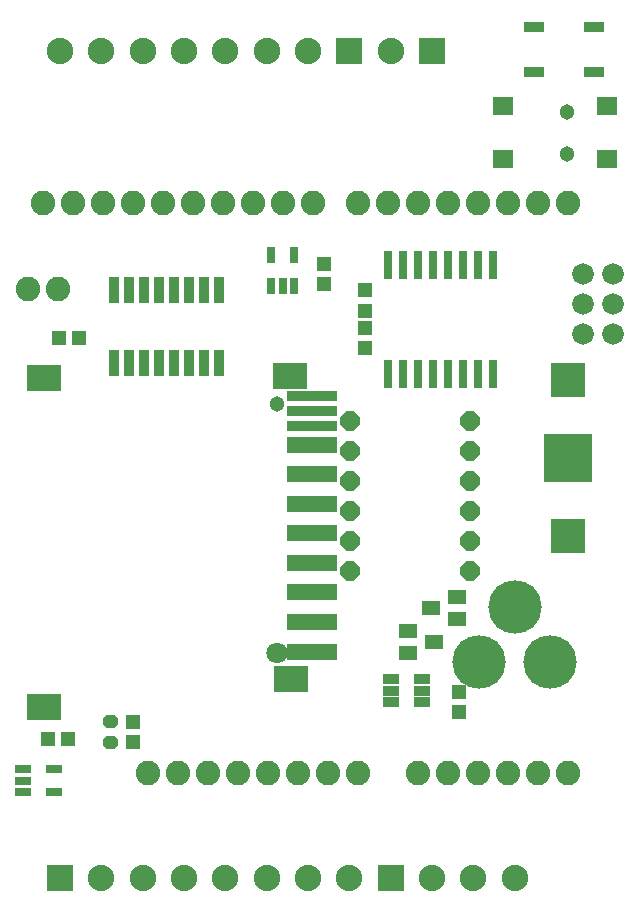
<source format=gts>
G75*
%MOIN*%
%OFA0B0*%
%FSLAX24Y24*%
%IPPOS*%
%LPD*%
%AMOC8*
5,1,8,0,0,1.08239X$1,22.5*
%
%ADD10R,0.0340X0.0880*%
%ADD11R,0.0297X0.0552*%
%ADD12R,0.1182X0.0867*%
%ADD13R,0.1655X0.0356*%
%ADD14R,0.1655X0.0552*%
%ADD15C,0.0513*%
%ADD16C,0.0710*%
%ADD17R,0.1175X0.1175*%
%ADD18R,0.1640X0.1640*%
%ADD19R,0.0680X0.0380*%
%ADD20R,0.0880X0.0880*%
%ADD21C,0.0880*%
%ADD22OC8,0.0640*%
%ADD23C,0.0720*%
%ADD24R,0.0513X0.0474*%
%ADD25R,0.0316X0.0946*%
%ADD26R,0.0474X0.0513*%
%ADD27R,0.0552X0.0297*%
%ADD28C,0.0820*%
%ADD29R,0.0710X0.0631*%
%ADD30C,0.1780*%
%ADD31R,0.0631X0.0474*%
%ADD32C,0.0347*%
%ADD33R,0.0560X0.0325*%
D10*
X006875Y018765D03*
X007375Y018765D03*
X007875Y018765D03*
X008375Y018765D03*
X008875Y018765D03*
X009375Y018765D03*
X009875Y018765D03*
X010375Y018765D03*
X010375Y021185D03*
X009875Y021185D03*
X009375Y021185D03*
X008875Y021185D03*
X008375Y021185D03*
X007875Y021185D03*
X007375Y021185D03*
X006875Y021185D03*
D11*
X012126Y021338D03*
X012500Y021338D03*
X012874Y021338D03*
X012874Y022362D03*
X012126Y022362D03*
D12*
X012731Y018322D03*
X004542Y018283D03*
X012771Y008244D03*
X004542Y007299D03*
D13*
X013479Y016669D03*
X013479Y017181D03*
X013479Y017653D03*
D14*
X013479Y016039D03*
X013479Y015055D03*
X013479Y014070D03*
X013479Y013086D03*
X013479Y012102D03*
X013479Y011118D03*
X013479Y010133D03*
X013479Y009149D03*
D15*
X012298Y017417D03*
X021971Y025750D03*
X021971Y027128D03*
D16*
X012298Y009110D03*
D17*
X022000Y013000D03*
X022000Y018200D03*
D18*
X022000Y015600D03*
D19*
X022875Y028475D03*
X022875Y029975D03*
X020875Y029975D03*
X020875Y028475D03*
D20*
X017477Y029168D03*
X014721Y029168D03*
X016099Y001600D03*
X005075Y001600D03*
D21*
X006453Y001600D03*
X007831Y001600D03*
X009209Y001600D03*
X010587Y001600D03*
X011965Y001600D03*
X013343Y001600D03*
X014721Y001600D03*
X017477Y001600D03*
X018855Y001600D03*
X020232Y001600D03*
X016099Y029168D03*
X013343Y029168D03*
X011965Y029168D03*
X010587Y029168D03*
X009209Y029168D03*
X007831Y029168D03*
X006453Y029168D03*
X005075Y029168D03*
D22*
X014750Y016850D03*
X014750Y015850D03*
X014750Y014850D03*
X014750Y013850D03*
X014750Y012850D03*
X014750Y011850D03*
X018750Y011850D03*
X018750Y012850D03*
X018750Y013850D03*
X018750Y014850D03*
X018750Y015850D03*
X018750Y016850D03*
D23*
X022500Y019725D03*
X022500Y020725D03*
X022500Y021725D03*
X023500Y021725D03*
X023500Y020725D03*
X023500Y019725D03*
D24*
X015250Y019935D03*
X015250Y020515D03*
X015250Y021185D03*
X015250Y019265D03*
X018375Y007810D03*
X018375Y007140D03*
X005335Y006225D03*
X004665Y006225D03*
D25*
X016000Y018414D03*
X016500Y018414D03*
X017000Y018414D03*
X017500Y018414D03*
X018000Y018414D03*
X018500Y018414D03*
X019000Y018414D03*
X019500Y018414D03*
X019500Y022036D03*
X019000Y022036D03*
X018500Y022036D03*
X018000Y022036D03*
X017500Y022036D03*
X017000Y022036D03*
X016500Y022036D03*
X016000Y022036D03*
D26*
X013875Y022060D03*
X013875Y021390D03*
X005710Y019600D03*
X005040Y019600D03*
X007500Y006810D03*
X007500Y006140D03*
D27*
X003863Y004476D03*
X003863Y004850D03*
X003863Y005224D03*
X004887Y005224D03*
X004887Y004476D03*
D28*
X008000Y005100D03*
X009000Y005100D03*
X010000Y005100D03*
X011000Y005100D03*
X012000Y005100D03*
X013000Y005100D03*
X014000Y005100D03*
X015000Y005100D03*
X017000Y005100D03*
X018000Y005100D03*
X019000Y005100D03*
X020000Y005100D03*
X021000Y005100D03*
X022000Y005100D03*
X022000Y024100D03*
X021000Y024100D03*
X020000Y024100D03*
X019000Y024100D03*
X018000Y024100D03*
X017000Y024100D03*
X016000Y024100D03*
X015000Y024100D03*
X013500Y024100D03*
X012500Y024100D03*
X011500Y024100D03*
X010500Y024100D03*
X009500Y024100D03*
X008500Y024100D03*
X007500Y024100D03*
X006500Y024100D03*
X005500Y024100D03*
X004500Y024100D03*
X004000Y021225D03*
X005000Y021225D03*
D29*
X019845Y025553D03*
X019845Y027324D03*
X023310Y027324D03*
X023310Y025553D03*
D30*
X020242Y010650D03*
X019061Y008800D03*
X021424Y008800D03*
D31*
X018308Y010226D03*
X018308Y010974D03*
X017442Y010600D03*
X016692Y009849D03*
X016692Y009101D03*
X017558Y009475D03*
D32*
X006833Y006869D02*
X006667Y006869D01*
X006833Y006869D02*
X006833Y006781D01*
X006667Y006781D01*
X006667Y006869D01*
X006667Y006169D02*
X006833Y006169D01*
X006833Y006081D01*
X006667Y006081D01*
X006667Y006169D01*
D33*
X016109Y007476D03*
X016109Y007850D03*
X016109Y008224D03*
X017141Y008224D03*
X017141Y007850D03*
X017141Y007476D03*
M02*

</source>
